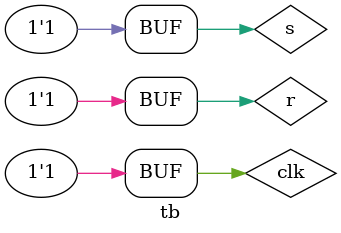
<source format=v>
`timescale 1ns / 1ps


module tb();

reg clk;

always begin clk = 1'b0; #(5/2) clk = 1'b1; #(5/2); end

reg r, s;
wire latchQ, latchQn, flopQ, flopQn;

FF flop(r, s, clk, flopQ, flopQn);

SrLatch latch (.S(r), .R(s),  .Q(latchQ),  .Qn(latchQn));

initial begin 
    r = 0; s = 0;
    #5 s = 1;
    #5 s = 0;
    #5 r = 1;
    #5 r = 0; s = 1;    
    #5 s = 0; r = 1;
    #5 r = 0;
    #5 s = 1; r = 1;
    
    end 
endmodule

</source>
